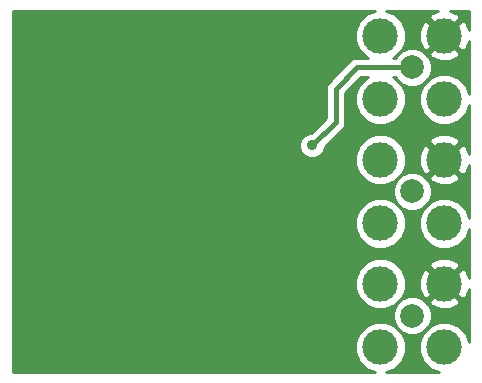
<source format=gbl>
G04 #@! TF.FileFunction,Copper,L2,Bot,Signal*
%FSLAX46Y46*%
G04 Gerber Fmt 4.6, Leading zero omitted, Abs format (unit mm)*
G04 Created by KiCad (PCBNEW (2014-11-17 BZR 5289)-product) date Sat 29 Aug 2015 07:35:18 PM EDT*
%MOMM*%
G01*
G04 APERTURE LIST*
%ADD10C,0.100000*%
%ADD11C,1.998980*%
%ADD12C,3.000000*%
%ADD13C,0.889000*%
%ADD14C,0.400000*%
%ADD15C,0.254000*%
G04 APERTURE END LIST*
D10*
D11*
X185000000Y-141000000D03*
D12*
X187700020Y-143700020D03*
X187700020Y-138299980D03*
X182299980Y-138299980D03*
X182299980Y-143700020D03*
D11*
X185000000Y-130500000D03*
D12*
X187700020Y-133200020D03*
X187700020Y-127799980D03*
X182299980Y-127799980D03*
X182299980Y-133200020D03*
D11*
X185000000Y-120000000D03*
D12*
X187700020Y-122700020D03*
X187700020Y-117299980D03*
X182299980Y-117299980D03*
X182299980Y-122700020D03*
D13*
X176500000Y-126600000D03*
D14*
X180300000Y-120000000D02*
X185000000Y-120000000D01*
X178500000Y-121800000D02*
X180300000Y-120000000D01*
X178500000Y-124600000D02*
X178500000Y-121800000D01*
X176500000Y-126600000D02*
X178500000Y-124600000D01*
D15*
G36*
X189815000Y-143227857D02*
X189511040Y-142492220D01*
X189034385Y-142014732D01*
X189034385Y-139813950D01*
X187700020Y-138479585D01*
X187520415Y-138659190D01*
X187520415Y-138299980D01*
X186186050Y-136965615D01*
X185867281Y-137125398D01*
X185557297Y-137916167D01*
X185573523Y-138765367D01*
X185867281Y-139474562D01*
X186186050Y-139634345D01*
X187520415Y-138299980D01*
X187520415Y-138659190D01*
X186365655Y-139813950D01*
X186525438Y-140132719D01*
X187316207Y-140442703D01*
X188165407Y-140426477D01*
X188874602Y-140132719D01*
X189034385Y-139813950D01*
X189034385Y-142014732D01*
X188910979Y-141891111D01*
X188126561Y-141565392D01*
X187277205Y-141564650D01*
X186634774Y-141830097D01*
X186634774Y-140676306D01*
X186386462Y-140075345D01*
X185927073Y-139615154D01*
X185326547Y-139365794D01*
X184676306Y-139365226D01*
X184435350Y-139464786D01*
X184435350Y-137877165D01*
X184435350Y-132777205D01*
X184111000Y-131992220D01*
X183510939Y-131391111D01*
X182726521Y-131065392D01*
X181877165Y-131064650D01*
X181092180Y-131389000D01*
X180491071Y-131989061D01*
X180165352Y-132773479D01*
X180164610Y-133622835D01*
X180488960Y-134407820D01*
X181089021Y-135008929D01*
X181873439Y-135334648D01*
X182722795Y-135335390D01*
X183507780Y-135011040D01*
X184108889Y-134410979D01*
X184434608Y-133626561D01*
X184435350Y-132777205D01*
X184435350Y-137877165D01*
X184111000Y-137092180D01*
X183510939Y-136491071D01*
X182726521Y-136165352D01*
X181877165Y-136164610D01*
X181092180Y-136488960D01*
X180491071Y-137089021D01*
X180165352Y-137873439D01*
X180164610Y-138722795D01*
X180488960Y-139507780D01*
X181089021Y-140108889D01*
X181873439Y-140434608D01*
X182722795Y-140435350D01*
X183507780Y-140111000D01*
X184108889Y-139510939D01*
X184434608Y-138726521D01*
X184435350Y-137877165D01*
X184435350Y-139464786D01*
X184075345Y-139613538D01*
X183615154Y-140072927D01*
X183365794Y-140673453D01*
X183365226Y-141323694D01*
X183613538Y-141924655D01*
X184072927Y-142384846D01*
X184673453Y-142634206D01*
X185323694Y-142634774D01*
X185924655Y-142386462D01*
X186384846Y-141927073D01*
X186634206Y-141326547D01*
X186634774Y-140676306D01*
X186634774Y-141830097D01*
X186492220Y-141889000D01*
X185891111Y-142489061D01*
X185565392Y-143273479D01*
X185564650Y-144122835D01*
X185889000Y-144907820D01*
X186489061Y-145508929D01*
X187226161Y-145815000D01*
X182772142Y-145815000D01*
X183507780Y-145511040D01*
X184108889Y-144910979D01*
X184434608Y-144126561D01*
X184435350Y-143277205D01*
X184111000Y-142492220D01*
X183510939Y-141891111D01*
X182726521Y-141565392D01*
X181877165Y-141564650D01*
X181092180Y-141889000D01*
X180491071Y-142489061D01*
X180165352Y-143273479D01*
X180164610Y-144122835D01*
X180488960Y-144907820D01*
X181089021Y-145508929D01*
X181826121Y-145815000D01*
X151185000Y-145815000D01*
X151185000Y-115185000D01*
X181827817Y-115185000D01*
X181092180Y-115488960D01*
X180491071Y-116089021D01*
X180165352Y-116873439D01*
X180164610Y-117722795D01*
X180488960Y-118507780D01*
X181089021Y-119108889D01*
X181224151Y-119165000D01*
X180300000Y-119165000D01*
X179980459Y-119228561D01*
X179709566Y-119409566D01*
X177909566Y-121209566D01*
X177728561Y-121480459D01*
X177665000Y-121800000D01*
X177665000Y-124254132D01*
X176398721Y-125520410D01*
X176286216Y-125520313D01*
X175889311Y-125684311D01*
X175585378Y-125987714D01*
X175420687Y-126384332D01*
X175420313Y-126813784D01*
X175584311Y-127210689D01*
X175887714Y-127514622D01*
X176284332Y-127679313D01*
X176713784Y-127679687D01*
X177110689Y-127515689D01*
X177414622Y-127212286D01*
X177579313Y-126815668D01*
X177579412Y-126701455D01*
X179090434Y-125190434D01*
X179271439Y-124919541D01*
X179271439Y-124919540D01*
X179335000Y-124600000D01*
X179335000Y-122145868D01*
X180645868Y-120835000D01*
X181222869Y-120835000D01*
X181092180Y-120889000D01*
X180491071Y-121489061D01*
X180165352Y-122273479D01*
X180164610Y-123122835D01*
X180488960Y-123907820D01*
X181089021Y-124508929D01*
X181873439Y-124834648D01*
X182722795Y-124835390D01*
X183507780Y-124511040D01*
X184108889Y-123910979D01*
X184434608Y-123126561D01*
X184435350Y-122277205D01*
X184111000Y-121492220D01*
X183510939Y-120891111D01*
X183375808Y-120835000D01*
X183576493Y-120835000D01*
X183613538Y-120924655D01*
X184072927Y-121384846D01*
X184673453Y-121634206D01*
X185323694Y-121634774D01*
X185924655Y-121386462D01*
X186384846Y-120927073D01*
X186634206Y-120326547D01*
X186634774Y-119676306D01*
X186386462Y-119075345D01*
X185927073Y-118615154D01*
X185326547Y-118365794D01*
X184676306Y-118365226D01*
X184075345Y-118613538D01*
X183615154Y-119072927D01*
X183576921Y-119165000D01*
X183377090Y-119165000D01*
X183507780Y-119111000D01*
X184108889Y-118510939D01*
X184434608Y-117726521D01*
X184435350Y-116877165D01*
X184111000Y-116092180D01*
X183510939Y-115491071D01*
X182773838Y-115185000D01*
X187206828Y-115185000D01*
X186525438Y-115467241D01*
X186365655Y-115786010D01*
X187700020Y-117120375D01*
X189034385Y-115786010D01*
X188874602Y-115467241D01*
X188154605Y-115185000D01*
X189815000Y-115185000D01*
X189815000Y-116806788D01*
X189532759Y-116125398D01*
X189213990Y-115965615D01*
X187879625Y-117299980D01*
X189213990Y-118634345D01*
X189532759Y-118474562D01*
X189815000Y-117754565D01*
X189815000Y-122227857D01*
X189511040Y-121492220D01*
X189034385Y-121014732D01*
X189034385Y-118813950D01*
X187700020Y-117479585D01*
X187520415Y-117659190D01*
X187520415Y-117299980D01*
X186186050Y-115965615D01*
X185867281Y-116125398D01*
X185557297Y-116916167D01*
X185573523Y-117765367D01*
X185867281Y-118474562D01*
X186186050Y-118634345D01*
X187520415Y-117299980D01*
X187520415Y-117659190D01*
X186365655Y-118813950D01*
X186525438Y-119132719D01*
X187316207Y-119442703D01*
X188165407Y-119426477D01*
X188874602Y-119132719D01*
X189034385Y-118813950D01*
X189034385Y-121014732D01*
X188910979Y-120891111D01*
X188126561Y-120565392D01*
X187277205Y-120564650D01*
X186492220Y-120889000D01*
X185891111Y-121489061D01*
X185565392Y-122273479D01*
X185564650Y-123122835D01*
X185889000Y-123907820D01*
X186489061Y-124508929D01*
X187273479Y-124834648D01*
X188122835Y-124835390D01*
X188907820Y-124511040D01*
X189508929Y-123910979D01*
X189815000Y-123173878D01*
X189815000Y-127306788D01*
X189532759Y-126625398D01*
X189213990Y-126465615D01*
X189034385Y-126645220D01*
X189034385Y-126286010D01*
X188874602Y-125967241D01*
X188083833Y-125657257D01*
X187234633Y-125673483D01*
X186525438Y-125967241D01*
X186365655Y-126286010D01*
X187700020Y-127620375D01*
X189034385Y-126286010D01*
X189034385Y-126645220D01*
X187879625Y-127799980D01*
X189213990Y-129134345D01*
X189532759Y-128974562D01*
X189815000Y-128254565D01*
X189815000Y-132727857D01*
X189511040Y-131992220D01*
X189034385Y-131514732D01*
X189034385Y-129313950D01*
X187700020Y-127979585D01*
X187520415Y-128159190D01*
X187520415Y-127799980D01*
X186186050Y-126465615D01*
X185867281Y-126625398D01*
X185557297Y-127416167D01*
X185573523Y-128265367D01*
X185867281Y-128974562D01*
X186186050Y-129134345D01*
X187520415Y-127799980D01*
X187520415Y-128159190D01*
X186365655Y-129313950D01*
X186525438Y-129632719D01*
X187316207Y-129942703D01*
X188165407Y-129926477D01*
X188874602Y-129632719D01*
X189034385Y-129313950D01*
X189034385Y-131514732D01*
X188910979Y-131391111D01*
X188126561Y-131065392D01*
X187277205Y-131064650D01*
X186634774Y-131330097D01*
X186634774Y-130176306D01*
X186386462Y-129575345D01*
X185927073Y-129115154D01*
X185326547Y-128865794D01*
X184676306Y-128865226D01*
X184435350Y-128964786D01*
X184435350Y-127377165D01*
X184111000Y-126592180D01*
X183510939Y-125991071D01*
X182726521Y-125665352D01*
X181877165Y-125664610D01*
X181092180Y-125988960D01*
X180491071Y-126589021D01*
X180165352Y-127373439D01*
X180164610Y-128222795D01*
X180488960Y-129007780D01*
X181089021Y-129608889D01*
X181873439Y-129934608D01*
X182722795Y-129935350D01*
X183507780Y-129611000D01*
X184108889Y-129010939D01*
X184434608Y-128226521D01*
X184435350Y-127377165D01*
X184435350Y-128964786D01*
X184075345Y-129113538D01*
X183615154Y-129572927D01*
X183365794Y-130173453D01*
X183365226Y-130823694D01*
X183613538Y-131424655D01*
X184072927Y-131884846D01*
X184673453Y-132134206D01*
X185323694Y-132134774D01*
X185924655Y-131886462D01*
X186384846Y-131427073D01*
X186634206Y-130826547D01*
X186634774Y-130176306D01*
X186634774Y-131330097D01*
X186492220Y-131389000D01*
X185891111Y-131989061D01*
X185565392Y-132773479D01*
X185564650Y-133622835D01*
X185889000Y-134407820D01*
X186489061Y-135008929D01*
X187273479Y-135334648D01*
X188122835Y-135335390D01*
X188907820Y-135011040D01*
X189508929Y-134410979D01*
X189815000Y-133673878D01*
X189815000Y-137806788D01*
X189532759Y-137125398D01*
X189213990Y-136965615D01*
X189034385Y-137145220D01*
X189034385Y-136786010D01*
X188874602Y-136467241D01*
X188083833Y-136157257D01*
X187234633Y-136173483D01*
X186525438Y-136467241D01*
X186365655Y-136786010D01*
X187700020Y-138120375D01*
X189034385Y-136786010D01*
X189034385Y-137145220D01*
X187879625Y-138299980D01*
X189213990Y-139634345D01*
X189532759Y-139474562D01*
X189815000Y-138754565D01*
X189815000Y-143227857D01*
X189815000Y-143227857D01*
G37*
X189815000Y-143227857D02*
X189511040Y-142492220D01*
X189034385Y-142014732D01*
X189034385Y-139813950D01*
X187700020Y-138479585D01*
X187520415Y-138659190D01*
X187520415Y-138299980D01*
X186186050Y-136965615D01*
X185867281Y-137125398D01*
X185557297Y-137916167D01*
X185573523Y-138765367D01*
X185867281Y-139474562D01*
X186186050Y-139634345D01*
X187520415Y-138299980D01*
X187520415Y-138659190D01*
X186365655Y-139813950D01*
X186525438Y-140132719D01*
X187316207Y-140442703D01*
X188165407Y-140426477D01*
X188874602Y-140132719D01*
X189034385Y-139813950D01*
X189034385Y-142014732D01*
X188910979Y-141891111D01*
X188126561Y-141565392D01*
X187277205Y-141564650D01*
X186634774Y-141830097D01*
X186634774Y-140676306D01*
X186386462Y-140075345D01*
X185927073Y-139615154D01*
X185326547Y-139365794D01*
X184676306Y-139365226D01*
X184435350Y-139464786D01*
X184435350Y-137877165D01*
X184435350Y-132777205D01*
X184111000Y-131992220D01*
X183510939Y-131391111D01*
X182726521Y-131065392D01*
X181877165Y-131064650D01*
X181092180Y-131389000D01*
X180491071Y-131989061D01*
X180165352Y-132773479D01*
X180164610Y-133622835D01*
X180488960Y-134407820D01*
X181089021Y-135008929D01*
X181873439Y-135334648D01*
X182722795Y-135335390D01*
X183507780Y-135011040D01*
X184108889Y-134410979D01*
X184434608Y-133626561D01*
X184435350Y-132777205D01*
X184435350Y-137877165D01*
X184111000Y-137092180D01*
X183510939Y-136491071D01*
X182726521Y-136165352D01*
X181877165Y-136164610D01*
X181092180Y-136488960D01*
X180491071Y-137089021D01*
X180165352Y-137873439D01*
X180164610Y-138722795D01*
X180488960Y-139507780D01*
X181089021Y-140108889D01*
X181873439Y-140434608D01*
X182722795Y-140435350D01*
X183507780Y-140111000D01*
X184108889Y-139510939D01*
X184434608Y-138726521D01*
X184435350Y-137877165D01*
X184435350Y-139464786D01*
X184075345Y-139613538D01*
X183615154Y-140072927D01*
X183365794Y-140673453D01*
X183365226Y-141323694D01*
X183613538Y-141924655D01*
X184072927Y-142384846D01*
X184673453Y-142634206D01*
X185323694Y-142634774D01*
X185924655Y-142386462D01*
X186384846Y-141927073D01*
X186634206Y-141326547D01*
X186634774Y-140676306D01*
X186634774Y-141830097D01*
X186492220Y-141889000D01*
X185891111Y-142489061D01*
X185565392Y-143273479D01*
X185564650Y-144122835D01*
X185889000Y-144907820D01*
X186489061Y-145508929D01*
X187226161Y-145815000D01*
X182772142Y-145815000D01*
X183507780Y-145511040D01*
X184108889Y-144910979D01*
X184434608Y-144126561D01*
X184435350Y-143277205D01*
X184111000Y-142492220D01*
X183510939Y-141891111D01*
X182726521Y-141565392D01*
X181877165Y-141564650D01*
X181092180Y-141889000D01*
X180491071Y-142489061D01*
X180165352Y-143273479D01*
X180164610Y-144122835D01*
X180488960Y-144907820D01*
X181089021Y-145508929D01*
X181826121Y-145815000D01*
X151185000Y-145815000D01*
X151185000Y-115185000D01*
X181827817Y-115185000D01*
X181092180Y-115488960D01*
X180491071Y-116089021D01*
X180165352Y-116873439D01*
X180164610Y-117722795D01*
X180488960Y-118507780D01*
X181089021Y-119108889D01*
X181224151Y-119165000D01*
X180300000Y-119165000D01*
X179980459Y-119228561D01*
X179709566Y-119409566D01*
X177909566Y-121209566D01*
X177728561Y-121480459D01*
X177665000Y-121800000D01*
X177665000Y-124254132D01*
X176398721Y-125520410D01*
X176286216Y-125520313D01*
X175889311Y-125684311D01*
X175585378Y-125987714D01*
X175420687Y-126384332D01*
X175420313Y-126813784D01*
X175584311Y-127210689D01*
X175887714Y-127514622D01*
X176284332Y-127679313D01*
X176713784Y-127679687D01*
X177110689Y-127515689D01*
X177414622Y-127212286D01*
X177579313Y-126815668D01*
X177579412Y-126701455D01*
X179090434Y-125190434D01*
X179271439Y-124919541D01*
X179271439Y-124919540D01*
X179335000Y-124600000D01*
X179335000Y-122145868D01*
X180645868Y-120835000D01*
X181222869Y-120835000D01*
X181092180Y-120889000D01*
X180491071Y-121489061D01*
X180165352Y-122273479D01*
X180164610Y-123122835D01*
X180488960Y-123907820D01*
X181089021Y-124508929D01*
X181873439Y-124834648D01*
X182722795Y-124835390D01*
X183507780Y-124511040D01*
X184108889Y-123910979D01*
X184434608Y-123126561D01*
X184435350Y-122277205D01*
X184111000Y-121492220D01*
X183510939Y-120891111D01*
X183375808Y-120835000D01*
X183576493Y-120835000D01*
X183613538Y-120924655D01*
X184072927Y-121384846D01*
X184673453Y-121634206D01*
X185323694Y-121634774D01*
X185924655Y-121386462D01*
X186384846Y-120927073D01*
X186634206Y-120326547D01*
X186634774Y-119676306D01*
X186386462Y-119075345D01*
X185927073Y-118615154D01*
X185326547Y-118365794D01*
X184676306Y-118365226D01*
X184075345Y-118613538D01*
X183615154Y-119072927D01*
X183576921Y-119165000D01*
X183377090Y-119165000D01*
X183507780Y-119111000D01*
X184108889Y-118510939D01*
X184434608Y-117726521D01*
X184435350Y-116877165D01*
X184111000Y-116092180D01*
X183510939Y-115491071D01*
X182773838Y-115185000D01*
X187206828Y-115185000D01*
X186525438Y-115467241D01*
X186365655Y-115786010D01*
X187700020Y-117120375D01*
X189034385Y-115786010D01*
X188874602Y-115467241D01*
X188154605Y-115185000D01*
X189815000Y-115185000D01*
X189815000Y-116806788D01*
X189532759Y-116125398D01*
X189213990Y-115965615D01*
X187879625Y-117299980D01*
X189213990Y-118634345D01*
X189532759Y-118474562D01*
X189815000Y-117754565D01*
X189815000Y-122227857D01*
X189511040Y-121492220D01*
X189034385Y-121014732D01*
X189034385Y-118813950D01*
X187700020Y-117479585D01*
X187520415Y-117659190D01*
X187520415Y-117299980D01*
X186186050Y-115965615D01*
X185867281Y-116125398D01*
X185557297Y-116916167D01*
X185573523Y-117765367D01*
X185867281Y-118474562D01*
X186186050Y-118634345D01*
X187520415Y-117299980D01*
X187520415Y-117659190D01*
X186365655Y-118813950D01*
X186525438Y-119132719D01*
X187316207Y-119442703D01*
X188165407Y-119426477D01*
X188874602Y-119132719D01*
X189034385Y-118813950D01*
X189034385Y-121014732D01*
X188910979Y-120891111D01*
X188126561Y-120565392D01*
X187277205Y-120564650D01*
X186492220Y-120889000D01*
X185891111Y-121489061D01*
X185565392Y-122273479D01*
X185564650Y-123122835D01*
X185889000Y-123907820D01*
X186489061Y-124508929D01*
X187273479Y-124834648D01*
X188122835Y-124835390D01*
X188907820Y-124511040D01*
X189508929Y-123910979D01*
X189815000Y-123173878D01*
X189815000Y-127306788D01*
X189532759Y-126625398D01*
X189213990Y-126465615D01*
X189034385Y-126645220D01*
X189034385Y-126286010D01*
X188874602Y-125967241D01*
X188083833Y-125657257D01*
X187234633Y-125673483D01*
X186525438Y-125967241D01*
X186365655Y-126286010D01*
X187700020Y-127620375D01*
X189034385Y-126286010D01*
X189034385Y-126645220D01*
X187879625Y-127799980D01*
X189213990Y-129134345D01*
X189532759Y-128974562D01*
X189815000Y-128254565D01*
X189815000Y-132727857D01*
X189511040Y-131992220D01*
X189034385Y-131514732D01*
X189034385Y-129313950D01*
X187700020Y-127979585D01*
X187520415Y-128159190D01*
X187520415Y-127799980D01*
X186186050Y-126465615D01*
X185867281Y-126625398D01*
X185557297Y-127416167D01*
X185573523Y-128265367D01*
X185867281Y-128974562D01*
X186186050Y-129134345D01*
X187520415Y-127799980D01*
X187520415Y-128159190D01*
X186365655Y-129313950D01*
X186525438Y-129632719D01*
X187316207Y-129942703D01*
X188165407Y-129926477D01*
X188874602Y-129632719D01*
X189034385Y-129313950D01*
X189034385Y-131514732D01*
X188910979Y-131391111D01*
X188126561Y-131065392D01*
X187277205Y-131064650D01*
X186634774Y-131330097D01*
X186634774Y-130176306D01*
X186386462Y-129575345D01*
X185927073Y-129115154D01*
X185326547Y-128865794D01*
X184676306Y-128865226D01*
X184435350Y-128964786D01*
X184435350Y-127377165D01*
X184111000Y-126592180D01*
X183510939Y-125991071D01*
X182726521Y-125665352D01*
X181877165Y-125664610D01*
X181092180Y-125988960D01*
X180491071Y-126589021D01*
X180165352Y-127373439D01*
X180164610Y-128222795D01*
X180488960Y-129007780D01*
X181089021Y-129608889D01*
X181873439Y-129934608D01*
X182722795Y-129935350D01*
X183507780Y-129611000D01*
X184108889Y-129010939D01*
X184434608Y-128226521D01*
X184435350Y-127377165D01*
X184435350Y-128964786D01*
X184075345Y-129113538D01*
X183615154Y-129572927D01*
X183365794Y-130173453D01*
X183365226Y-130823694D01*
X183613538Y-131424655D01*
X184072927Y-131884846D01*
X184673453Y-132134206D01*
X185323694Y-132134774D01*
X185924655Y-131886462D01*
X186384846Y-131427073D01*
X186634206Y-130826547D01*
X186634774Y-130176306D01*
X186634774Y-131330097D01*
X186492220Y-131389000D01*
X185891111Y-131989061D01*
X185565392Y-132773479D01*
X185564650Y-133622835D01*
X185889000Y-134407820D01*
X186489061Y-135008929D01*
X187273479Y-135334648D01*
X188122835Y-135335390D01*
X188907820Y-135011040D01*
X189508929Y-134410979D01*
X189815000Y-133673878D01*
X189815000Y-137806788D01*
X189532759Y-137125398D01*
X189213990Y-136965615D01*
X189034385Y-137145220D01*
X189034385Y-136786010D01*
X188874602Y-136467241D01*
X188083833Y-136157257D01*
X187234633Y-136173483D01*
X186525438Y-136467241D01*
X186365655Y-136786010D01*
X187700020Y-138120375D01*
X189034385Y-136786010D01*
X189034385Y-137145220D01*
X187879625Y-138299980D01*
X189213990Y-139634345D01*
X189532759Y-139474562D01*
X189815000Y-138754565D01*
X189815000Y-143227857D01*
M02*

</source>
